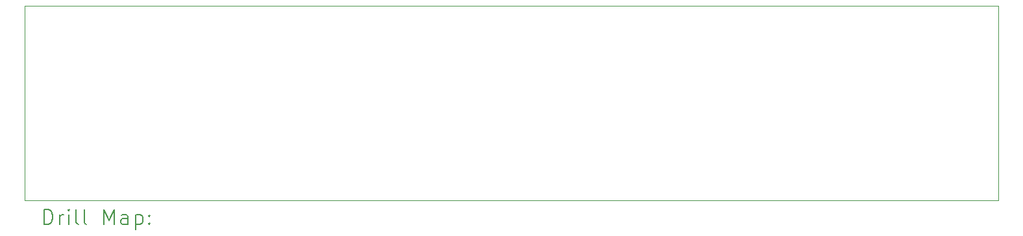
<source format=gbr>
%FSLAX45Y45*%
G04 Gerber Fmt 4.5, Leading zero omitted, Abs format (unit mm)*
G04 Created by KiCad (PCBNEW 6.0.5-a6ca702e91~116~ubuntu22.04.1) date 2022-06-23 13:03:09*
%MOMM*%
%LPD*%
G01*
G04 APERTURE LIST*
%TA.AperFunction,Profile*%
%ADD10C,0.100000*%
%TD*%
%ADD11C,0.200000*%
G04 APERTURE END LIST*
D10*
X11734800Y-8915400D02*
X11734800Y-6375400D01*
X24434800Y-6375400D02*
X24434800Y-8915400D01*
X24434800Y-8915400D02*
X11734800Y-8915400D01*
X11734800Y-6375400D02*
X24434800Y-6375400D01*
D11*
X11987419Y-9230876D02*
X11987419Y-9030876D01*
X12035038Y-9030876D01*
X12063609Y-9040400D01*
X12082657Y-9059448D01*
X12092181Y-9078495D01*
X12101705Y-9116590D01*
X12101705Y-9145162D01*
X12092181Y-9183257D01*
X12082657Y-9202305D01*
X12063609Y-9221352D01*
X12035038Y-9230876D01*
X11987419Y-9230876D01*
X12187419Y-9230876D02*
X12187419Y-9097543D01*
X12187419Y-9135638D02*
X12196943Y-9116590D01*
X12206467Y-9107067D01*
X12225514Y-9097543D01*
X12244562Y-9097543D01*
X12311228Y-9230876D02*
X12311228Y-9097543D01*
X12311228Y-9030876D02*
X12301705Y-9040400D01*
X12311228Y-9049924D01*
X12320752Y-9040400D01*
X12311228Y-9030876D01*
X12311228Y-9049924D01*
X12435038Y-9230876D02*
X12415990Y-9221352D01*
X12406467Y-9202305D01*
X12406467Y-9030876D01*
X12539800Y-9230876D02*
X12520752Y-9221352D01*
X12511228Y-9202305D01*
X12511228Y-9030876D01*
X12768371Y-9230876D02*
X12768371Y-9030876D01*
X12835038Y-9173733D01*
X12901705Y-9030876D01*
X12901705Y-9230876D01*
X13082657Y-9230876D02*
X13082657Y-9126114D01*
X13073133Y-9107067D01*
X13054086Y-9097543D01*
X13015990Y-9097543D01*
X12996943Y-9107067D01*
X13082657Y-9221352D02*
X13063609Y-9230876D01*
X13015990Y-9230876D01*
X12996943Y-9221352D01*
X12987419Y-9202305D01*
X12987419Y-9183257D01*
X12996943Y-9164210D01*
X13015990Y-9154686D01*
X13063609Y-9154686D01*
X13082657Y-9145162D01*
X13177895Y-9097543D02*
X13177895Y-9297543D01*
X13177895Y-9107067D02*
X13196943Y-9097543D01*
X13235038Y-9097543D01*
X13254086Y-9107067D01*
X13263609Y-9116590D01*
X13273133Y-9135638D01*
X13273133Y-9192781D01*
X13263609Y-9211829D01*
X13254086Y-9221352D01*
X13235038Y-9230876D01*
X13196943Y-9230876D01*
X13177895Y-9221352D01*
X13358848Y-9211829D02*
X13368371Y-9221352D01*
X13358848Y-9230876D01*
X13349324Y-9221352D01*
X13358848Y-9211829D01*
X13358848Y-9230876D01*
X13358848Y-9107067D02*
X13368371Y-9116590D01*
X13358848Y-9126114D01*
X13349324Y-9116590D01*
X13358848Y-9107067D01*
X13358848Y-9126114D01*
M02*

</source>
